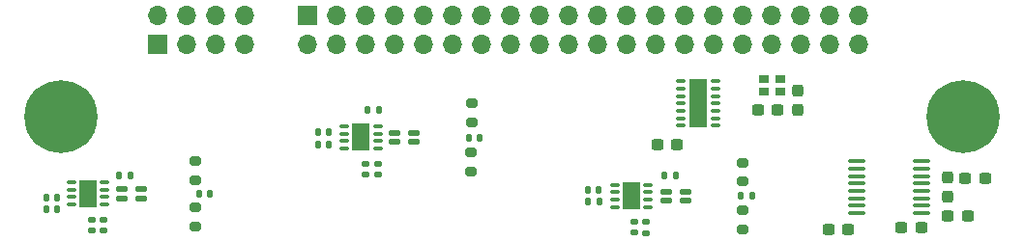
<source format=gbr>
%TF.GenerationSoftware,KiCad,Pcbnew,7.0.8*%
%TF.CreationDate,2024-02-06T22:23:07+01:00*%
%TF.ProjectId,HatV3,48617456-332e-46b6-9963-61645f706362,V2*%
%TF.SameCoordinates,Original*%
%TF.FileFunction,Soldermask,Top*%
%TF.FilePolarity,Negative*%
%FSLAX46Y46*%
G04 Gerber Fmt 4.6, Leading zero omitted, Abs format (unit mm)*
G04 Created by KiCad (PCBNEW 7.0.8) date 2024-02-06 22:23:07*
%MOMM*%
%LPD*%
G01*
G04 APERTURE LIST*
G04 Aperture macros list*
%AMRoundRect*
0 Rectangle with rounded corners*
0 $1 Rounding radius*
0 $2 $3 $4 $5 $6 $7 $8 $9 X,Y pos of 4 corners*
0 Add a 4 corners polygon primitive as box body*
4,1,4,$2,$3,$4,$5,$6,$7,$8,$9,$2,$3,0*
0 Add four circle primitives for the rounded corners*
1,1,$1+$1,$2,$3*
1,1,$1+$1,$4,$5*
1,1,$1+$1,$6,$7*
1,1,$1+$1,$8,$9*
0 Add four rect primitives between the rounded corners*
20,1,$1+$1,$2,$3,$4,$5,0*
20,1,$1+$1,$4,$5,$6,$7,0*
20,1,$1+$1,$6,$7,$8,$9,0*
20,1,$1+$1,$8,$9,$2,$3,0*%
G04 Aperture macros list end*
%ADD10RoundRect,0.237500X-0.300000X-0.237500X0.300000X-0.237500X0.300000X0.237500X-0.300000X0.237500X0*%
%ADD11R,1.700000X1.700000*%
%ADD12O,1.700000X1.700000*%
%ADD13RoundRect,0.100000X0.637500X0.100000X-0.637500X0.100000X-0.637500X-0.100000X0.637500X-0.100000X0*%
%ADD14RoundRect,0.140000X-0.170000X0.140000X-0.170000X-0.140000X0.170000X-0.140000X0.170000X0.140000X0*%
%ADD15RoundRect,0.020000X-0.430000X0.180000X-0.430000X-0.180000X0.430000X-0.180000X0.430000X0.180000X0*%
%ADD16RoundRect,0.140000X0.140000X0.170000X-0.140000X0.170000X-0.140000X-0.170000X0.140000X-0.170000X0*%
%ADD17RoundRect,0.140000X-0.140000X-0.170000X0.140000X-0.170000X0.140000X0.170000X-0.140000X0.170000X0*%
%ADD18O,0.850000X0.350000*%
%ADD19R,1.650000X4.250000*%
%ADD20RoundRect,0.200000X-0.275000X0.200000X-0.275000X-0.200000X0.275000X-0.200000X0.275000X0.200000X0*%
%ADD21RoundRect,0.135000X-0.135000X-0.185000X0.135000X-0.185000X0.135000X0.185000X-0.135000X0.185000X0*%
%ADD22RoundRect,0.075000X-0.350000X-0.075000X0.350000X-0.075000X0.350000X0.075000X-0.350000X0.075000X0*%
%ADD23R,1.600000X2.400000*%
%ADD24R,0.900000X0.800000*%
%ADD25RoundRect,0.237500X0.300000X0.237500X-0.300000X0.237500X-0.300000X-0.237500X0.300000X-0.237500X0*%
%ADD26RoundRect,0.237500X-0.237500X0.300000X-0.237500X-0.300000X0.237500X-0.300000X0.237500X0.300000X0*%
%ADD27RoundRect,0.135000X0.135000X0.185000X-0.135000X0.185000X-0.135000X-0.185000X0.135000X-0.185000X0*%
%ADD28C,0.800000*%
%ADD29C,6.400000*%
G04 APERTURE END LIST*
D10*
%TO.C,C11*%
X166421900Y-103381000D03*
X168146900Y-103381000D03*
%TD*%
D11*
%TO.C,J5*%
X126970438Y-95045962D03*
D12*
X126970438Y-97585962D03*
X129510438Y-95045962D03*
X129510438Y-97585962D03*
X132050438Y-95045962D03*
X132050438Y-97585962D03*
X134590438Y-95045962D03*
X134590438Y-97585962D03*
X137130438Y-95045962D03*
X137130438Y-97585962D03*
X139670438Y-95045962D03*
X139670438Y-97585962D03*
X142210438Y-95045962D03*
X142210438Y-97585962D03*
X144750438Y-95045962D03*
X144750438Y-97585962D03*
X147290438Y-95045962D03*
X147290438Y-97585962D03*
X149830438Y-95045962D03*
X149830438Y-97585962D03*
X152370438Y-95045962D03*
X152370438Y-97585962D03*
X154910438Y-95045962D03*
X154910438Y-97585962D03*
X157450438Y-95045962D03*
X157450438Y-97585962D03*
X159990438Y-95045962D03*
X159990438Y-97585962D03*
X162530438Y-95045962D03*
X162530438Y-97585962D03*
X165070438Y-95045962D03*
X165070438Y-97585962D03*
X167610438Y-95045962D03*
X167610438Y-97585962D03*
X170150438Y-95045962D03*
X170150438Y-97585962D03*
X172690438Y-95045962D03*
X172690438Y-97585962D03*
X175230438Y-95045962D03*
X175230438Y-97585962D03*
%TD*%
D13*
%TO.C,U6*%
X180746400Y-112423800D03*
X180746400Y-111773800D03*
X180746400Y-111123800D03*
X180746400Y-110473800D03*
X180746400Y-109823800D03*
X180746400Y-109173800D03*
X180746400Y-108523800D03*
X180746400Y-107873800D03*
X175021400Y-107873800D03*
X175021400Y-108523800D03*
X175021400Y-109173800D03*
X175021400Y-109823800D03*
X175021400Y-110473800D03*
X175021400Y-111123800D03*
X175021400Y-111773800D03*
X175021400Y-112423800D03*
%TD*%
D14*
%TO.C,C2*%
X109140822Y-112997822D03*
X109140822Y-113957822D03*
%TD*%
D15*
%TO.C,FL3*%
X158381778Y-110526378D03*
X158381778Y-111326378D03*
X160081778Y-111326378D03*
X160081778Y-110526378D03*
%TD*%
D16*
%TO.C,C21*%
X152499000Y-111379000D03*
X151539000Y-111379000D03*
%TD*%
%TO.C,C8*%
X128851600Y-105283000D03*
X127891600Y-105283000D03*
%TD*%
D17*
%TO.C,C5*%
X117480022Y-110722222D03*
X118440022Y-110722222D03*
%TD*%
D10*
%TO.C,C15*%
X183060000Y-112674400D03*
X184785000Y-112674400D03*
%TD*%
D14*
%TO.C,C7*%
X133110022Y-108062022D03*
X133110022Y-109022022D03*
%TD*%
D15*
%TO.C,FL1*%
X110700022Y-110322222D03*
X110700022Y-111122222D03*
X112400022Y-111122222D03*
X112400022Y-110322222D03*
%TD*%
D14*
%TO.C,C20*%
X156573978Y-113206578D03*
X156573978Y-114166578D03*
%TD*%
D10*
%TO.C,C16*%
X184556400Y-109397800D03*
X186281400Y-109397800D03*
%TD*%
D18*
%TO.C,U5*%
X162689800Y-104749600D03*
X162689800Y-104099600D03*
X162689800Y-103449600D03*
X162689800Y-102799600D03*
X162689800Y-102149600D03*
X162689800Y-101499600D03*
X162689800Y-100849600D03*
X159689800Y-100849600D03*
X159689800Y-101499600D03*
X159689800Y-102149600D03*
X159689800Y-102799600D03*
X159689800Y-103449600D03*
X159689800Y-104099600D03*
X159689800Y-104749600D03*
D19*
X161189800Y-102799600D03*
%TD*%
D20*
%TO.C,R6*%
X141314622Y-107114022D03*
X141314622Y-108764022D03*
%TD*%
D17*
%TO.C,C23*%
X164923778Y-110907378D03*
X165883778Y-110907378D03*
%TD*%
D21*
%TO.C,R1*%
X110493222Y-109096622D03*
X111513222Y-109096622D03*
%TD*%
D20*
%TO.C,R9*%
X165050778Y-112177378D03*
X165050778Y-113827378D03*
%TD*%
D14*
%TO.C,C6*%
X132046022Y-108062022D03*
X132046022Y-109022022D03*
%TD*%
D22*
%TO.C,U1*%
X106276422Y-109706222D03*
X106276422Y-110356222D03*
X106276422Y-111006222D03*
X106276422Y-111656222D03*
X109176422Y-111656222D03*
X109176422Y-111006222D03*
X109176422Y-110356222D03*
X109176422Y-109706222D03*
D23*
X107726422Y-110681222D03*
%TD*%
D20*
%TO.C,R8*%
X165050778Y-107987378D03*
X165050778Y-109637378D03*
%TD*%
D24*
%TO.C,Y1*%
X168348800Y-100607000D03*
X166948800Y-100607000D03*
X166948800Y-101707000D03*
X168348800Y-101707000D03*
%TD*%
D14*
%TO.C,C19*%
X155557978Y-113178578D03*
X155557978Y-114138578D03*
%TD*%
D25*
%TO.C,C17*%
X180719900Y-113665000D03*
X178994900Y-113665000D03*
%TD*%
D20*
%TO.C,R5*%
X141365422Y-102796022D03*
X141365422Y-104446022D03*
%TD*%
D25*
%TO.C,C14*%
X174294800Y-113817400D03*
X172569800Y-113817400D03*
%TD*%
D16*
%TO.C,C22*%
X152471000Y-110363000D03*
X151511000Y-110363000D03*
%TD*%
D26*
%TO.C,C12*%
X169875200Y-101630600D03*
X169875200Y-103355600D03*
%TD*%
D16*
%TO.C,C3*%
X105029000Y-112064800D03*
X104069000Y-112064800D03*
%TD*%
D20*
%TO.C,R2*%
X117157822Y-107853022D03*
X117157822Y-109503022D03*
%TD*%
%TO.C,R3*%
X117157822Y-111917022D03*
X117157822Y-113567022D03*
%TD*%
D21*
%TO.C,R7*%
X158222978Y-109114578D03*
X159242978Y-109114578D03*
%TD*%
D16*
%TO.C,C4*%
X105029000Y-111048800D03*
X104069000Y-111048800D03*
%TD*%
D17*
%TO.C,C10*%
X141073422Y-105796022D03*
X142033422Y-105796022D03*
%TD*%
D26*
%TO.C,C18*%
X183032400Y-109271900D03*
X183032400Y-110996900D03*
%TD*%
D25*
%TO.C,C13*%
X159333100Y-106400600D03*
X157608100Y-106400600D03*
%TD*%
D22*
%TO.C,U7*%
X153853978Y-109928578D03*
X153853978Y-110578578D03*
X153853978Y-111228578D03*
X153853978Y-111878578D03*
X156753978Y-111878578D03*
X156753978Y-111228578D03*
X156753978Y-110578578D03*
X156753978Y-109928578D03*
D23*
X155303978Y-110903578D03*
%TD*%
D16*
%TO.C,C9*%
X128851600Y-106426000D03*
X127891600Y-106426000D03*
%TD*%
D27*
%TO.C,R4*%
X133275800Y-103352600D03*
X132255800Y-103352600D03*
%TD*%
D14*
%TO.C,C1*%
X108124822Y-112997822D03*
X108124822Y-113957822D03*
%TD*%
D15*
%TO.C,FL2*%
X134585022Y-105354622D03*
X134585022Y-106154622D03*
X136285022Y-106154622D03*
X136285022Y-105354622D03*
%TD*%
D28*
%TO.C,H1*%
X102980438Y-103923800D03*
X103683382Y-102226744D03*
X103683382Y-105620856D03*
X105380438Y-101523800D03*
D29*
X105380438Y-103923800D03*
D28*
X105380438Y-106323800D03*
X107077494Y-102226744D03*
X107077494Y-105620856D03*
X107780438Y-103923800D03*
%TD*%
D22*
%TO.C,U3*%
X130210022Y-104780022D03*
X130210022Y-105430022D03*
X130210022Y-106080022D03*
X130210022Y-106730022D03*
X133110022Y-106730022D03*
X133110022Y-106080022D03*
X133110022Y-105430022D03*
X133110022Y-104780022D03*
D23*
X131660022Y-105755022D03*
%TD*%
D28*
%TO.C,H2*%
X181979438Y-103935962D03*
X182682382Y-102238906D03*
X182682382Y-105633018D03*
X184379438Y-101535962D03*
D29*
X184379438Y-103935962D03*
D28*
X184379438Y-106335962D03*
X186076494Y-102238906D03*
X186076494Y-105633018D03*
X186779438Y-103935962D03*
%TD*%
D11*
%TO.C,J6*%
X113818238Y-97585962D03*
D12*
X113818238Y-95045962D03*
X116358238Y-97585962D03*
X116358238Y-95045962D03*
X118898238Y-97585962D03*
X118898238Y-95045962D03*
X121438238Y-97585962D03*
X121438238Y-95045962D03*
%TD*%
M02*

</source>
